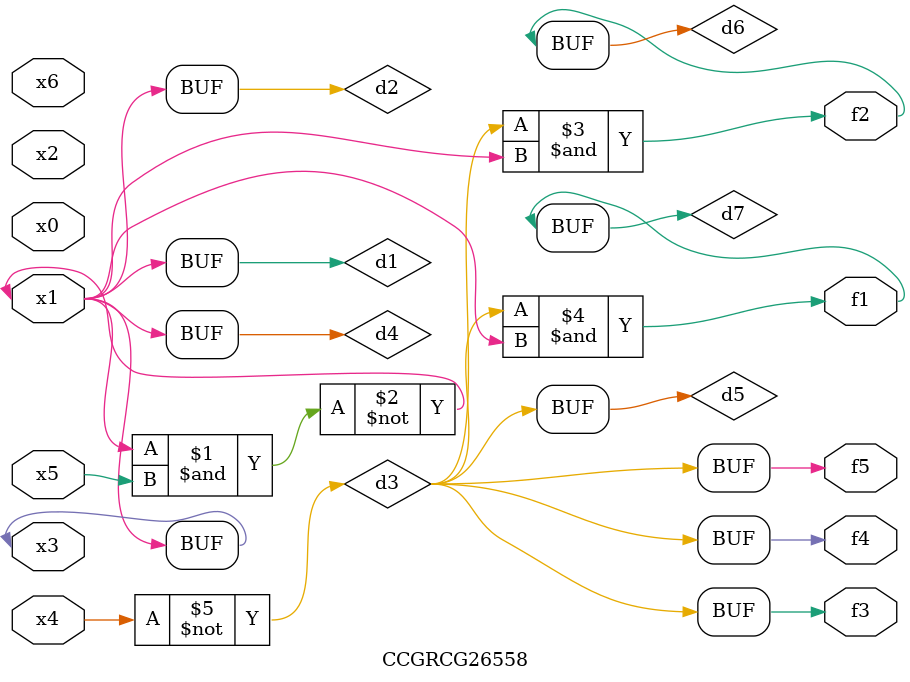
<source format=v>
module CCGRCG26558(
	input x0, x1, x2, x3, x4, x5, x6,
	output f1, f2, f3, f4, f5
);

	wire d1, d2, d3, d4, d5, d6, d7;

	buf (d1, x1, x3);
	nand (d2, x1, x5);
	not (d3, x4);
	buf (d4, d1, d2);
	buf (d5, d3);
	and (d6, d3, d4);
	and (d7, d3, d4);
	assign f1 = d7;
	assign f2 = d6;
	assign f3 = d5;
	assign f4 = d5;
	assign f5 = d5;
endmodule

</source>
